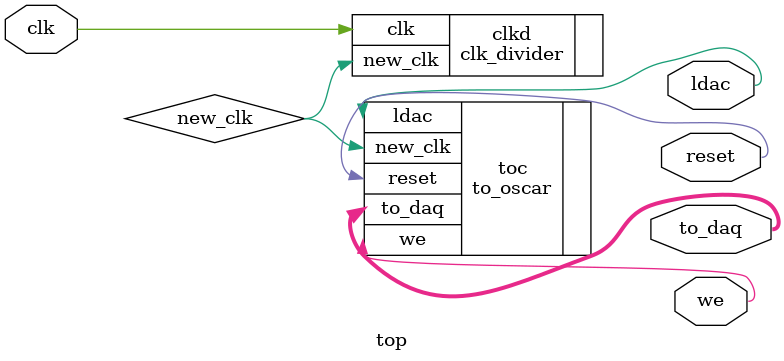
<source format=v>
`timescale 1ns / 1ps


module top(
    input clk,
    output we,
    output reset,
    output ldac,
    output [15:0] to_daq
    );
    
    
    clk_divider clkd(
    .clk(clk),
    .new_clk(new_clk)
    );
    
    to_oscar toc(
    .we(we),         
    .reset(reset),   
    .ldac(ldac),     
    .to_daq(to_daq), 
    .new_clk(new_clk)
    
    );
endmodule

</source>
